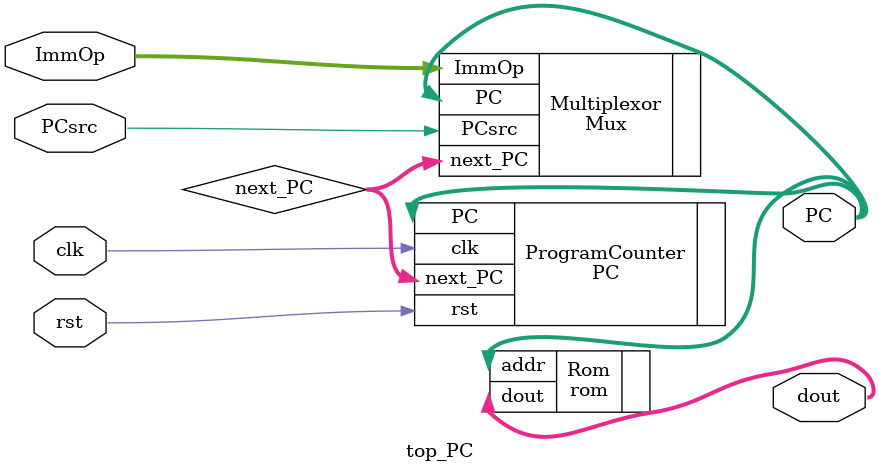
<source format=sv>
module top_PC (
    input logic [31:0] ImmOp,
    input logic clk,
    input logic rst,
    input logic PCsrc,
    output logic [31:0] PC,
    output logic [29:0] dout
);

logic [31:0] next_PC;



PC ProgramCounter (
    .clk (clk),
    .rst (rst),
    .next_PC (next_PC),
    .PC (PC)
);

Mux Multiplexor (
    .PCsrc (PCsrc),
    .PC (PC),
    .ImmOp (ImmOp),
    .next_PC (next_PC)
);

rom Rom (
    .addr(PC),
    /* verilator lint_off UNUSED */
    .dout(dout) 

    
);
    
endmodule







</source>
